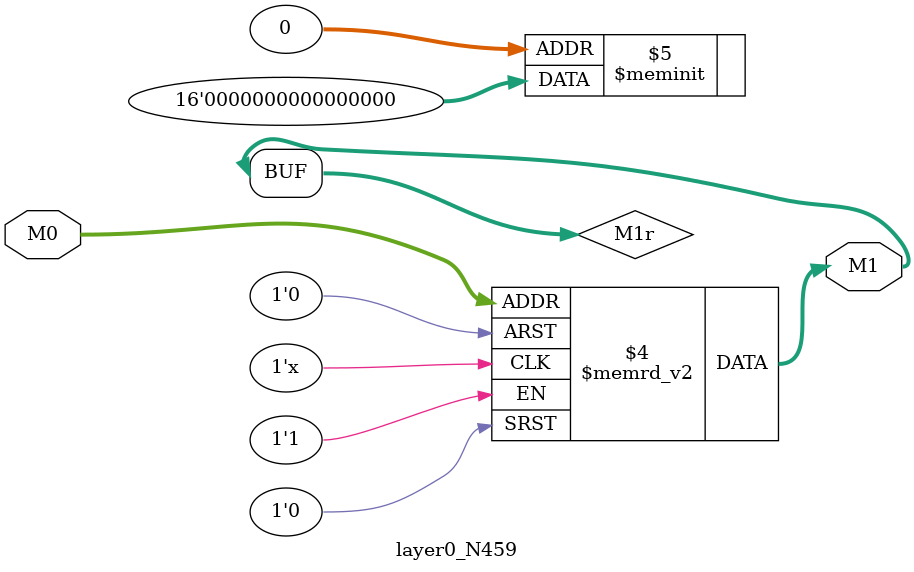
<source format=v>
module layer0_N459 ( input [2:0] M0, output [1:0] M1 );

	(*rom_style = "distributed" *) reg [1:0] M1r;
	assign M1 = M1r;
	always @ (M0) begin
		case (M0)
			3'b000: M1r = 2'b00;
			3'b100: M1r = 2'b00;
			3'b010: M1r = 2'b00;
			3'b110: M1r = 2'b00;
			3'b001: M1r = 2'b00;
			3'b101: M1r = 2'b00;
			3'b011: M1r = 2'b00;
			3'b111: M1r = 2'b00;

		endcase
	end
endmodule

</source>
